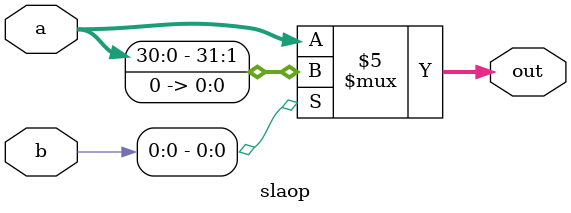
<source format=v>
module slaop(
    input [31:0] a,
    input [31:0] b ,
    output [31:0] out
    );

    reg [31:0] out;

    //This is the behavioural version.

    always @(a or b)
    begin
    if (b[0] == 1)
      out = a<<1 ;
    else
      out = a;
    end

endmodule

</source>
